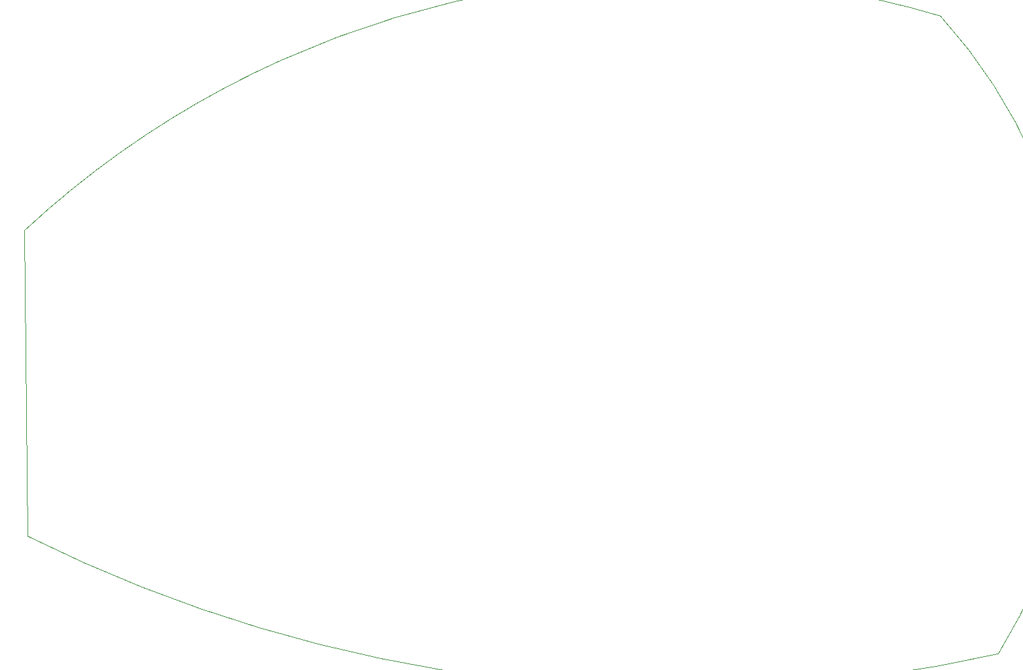
<source format=gbr>
%TF.GenerationSoftware,KiCad,Pcbnew,5.1.6*%
%TF.CreationDate,2020-10-16T15:45:10+02:00*%
%TF.ProjectId,prominny_kicad,70726f6d-696e-46e7-995f-6b696361642e,rev?*%
%TF.SameCoordinates,Original*%
%TF.FileFunction,Profile,NP*%
%FSLAX46Y46*%
G04 Gerber Fmt 4.6, Leading zero omitted, Abs format (unit mm)*
G04 Created by KiCad (PCBNEW 5.1.6) date 2020-10-16 15:45:10*
%MOMM*%
%LPD*%
G01*
G04 APERTURE LIST*
%TA.AperFunction,Profile*%
%ADD10C,0.050000*%
%TD*%
G04 APERTURE END LIST*
D10*
X130854534Y-84742722D02*
X131227610Y-124216009D01*
X256660309Y-139421678D02*
G75*
G02*
X131227610Y-124216009I-41300500J184263768D01*
G01*
X249178298Y-57041638D02*
G75*
G02*
X256660309Y-139421679I-50753298J-46139362D01*
G01*
X130854534Y-84742722D02*
G75*
G02*
X249178297Y-57041639I83444466J-89871278D01*
G01*
M02*

</source>
